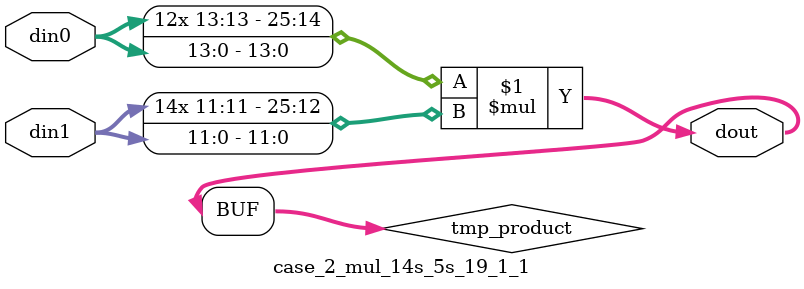
<source format=v>

`timescale 1 ns / 1 ps

 (* use_dsp = "no" *)  module case_2_mul_14s_5s_19_1_1(din0, din1, dout);
parameter ID = 1;
parameter NUM_STAGE = 0;
parameter din0_WIDTH = 14;
parameter din1_WIDTH = 12;
parameter dout_WIDTH = 26;

input [din0_WIDTH - 1 : 0] din0; 
input [din1_WIDTH - 1 : 0] din1; 
output [dout_WIDTH - 1 : 0] dout;

wire signed [dout_WIDTH - 1 : 0] tmp_product;



























assign tmp_product = $signed(din0) * $signed(din1);








assign dout = tmp_product;





















endmodule

</source>
